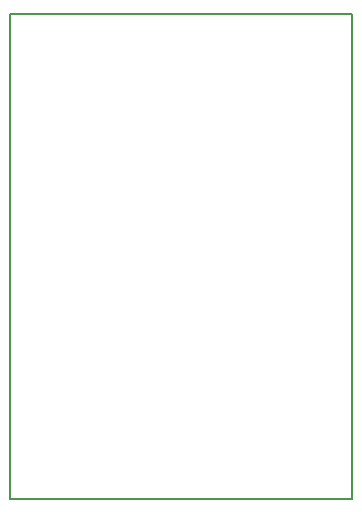
<source format=gm1>
G04 MADE WITH FRITZING*
G04 WWW.FRITZING.ORG*
G04 DOUBLE SIDED*
G04 HOLES PLATED*
G04 CONTOUR ON CENTER OF CONTOUR VECTOR*
%ASAXBY*%
%FSLAX23Y23*%
%MOIN*%
%OFA0B0*%
%SFA1.0B1.0*%
%ADD10R,1.148650X1.625350*%
%ADD11C,0.008000*%
%ADD10C,0.008*%
%LNCONTOUR*%
G90*
G70*
G54D10*
G54D11*
X4Y1621D02*
X1145Y1621D01*
X1145Y4D01*
X4Y4D01*
X4Y1621D01*
D02*
G04 End of contour*
M02*
</source>
